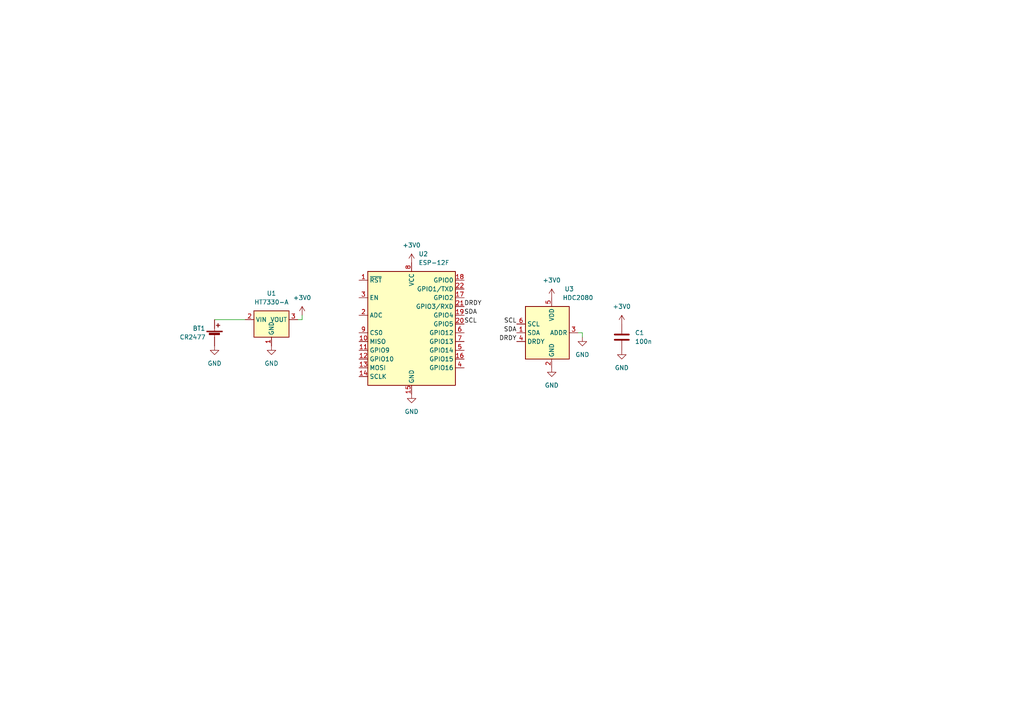
<source format=kicad_sch>
(kicad_sch (version 20211123) (generator eeschema)
  (paper "A4")
  (lib_symbols
    (symbol "Device:Battery_Cell" (pin_numbers hide) (pin_names (offset 0) hide)
      (property "Reference" "BT" (at 2.54 2.54 0))
      (property "Value" "Battery_Cell" (at 2.54 0 0))
      (symbol "Battery_Cell_0_1"
        (rectangle (start -2.286 1.778) (end 2.286 1.524) (fill (type outline)))
        (rectangle (start -1.5748 1.1938) (end 1.4732 0.6858) (fill (type outline)))
        (polyline (pts (xy 0 0.762) (xy 0 0)))
        (polyline (pts (xy 0 1.778) (xy 0 2.54)))
        (polyline (pts (xy 0.508 3.429) (xy 1.524 3.429)) (stroke (width 0.254)))
        (polyline (pts (xy 1.016 3.937) (xy 1.016 2.921)) (stroke (width 0.254)))
      )
      (symbol "Battery_Cell_1_1"
        (pin passive line (at 0 5.08 270) (length 2.54) (name "+") (number "1"))
        (pin passive line (at 0 -2.54 90) (length 2.54) (name "-") (number "2"))
      )
    )
    (symbol "Device:C" (pin_numbers hide) (pin_names (offset 0.254))
      (property "Reference" "C" (at 0.635 2.54 0))
      (property "Value" "C" (at 0.635 -2.54 0))
      (symbol "C_0_1"
        (polyline (pts (xy -2.032 -0.762) (xy 2.032 -0.762)) (stroke (width 0.508)))
        (polyline (pts (xy -2.032 0.762) (xy 2.032 0.762)) (stroke (width 0.508)))
      )
      (symbol "C_1_1"
        (pin passive line (at 0 3.81 270) (length 2.794) (name "~") (number "1"))
        (pin passive line (at 0 -3.81 90) (length 2.794) (name "~") (number "2"))
      )
    )
    (symbol "RF_Module:ESP-12F"
      (property "Reference" "U" (at -12.7 19.05 0))
      (property "Value" "ESP-12F" (at 12.7 19.05 0))
      (symbol "ESP-12F_0_1"
        (rectangle (start -12.7 17.78) (end 12.7 -15.24) (stroke (width 0.254)) (fill (type background)))
      )
      (symbol "ESP-12F_1_1"
        (pin input line (at -15.24 15.24 0) (length 2.54) (name "~{RST}") (number "1"))
        (pin bidirectional line (at -15.24 -2.54 0) (length 2.54) (name "MISO") (number "10"))
        (pin bidirectional line (at -15.24 -5.08 0) (length 2.54) (name "GPIO9") (number "11"))
        (pin bidirectional line (at -15.24 -7.62 0) (length 2.54) (name "GPIO10") (number "12"))
        (pin bidirectional line (at -15.24 -10.16 0) (length 2.54) (name "MOSI") (number "13"))
        (pin bidirectional line (at -15.24 -12.7 0) (length 2.54) (name "SCLK") (number "14"))
        (pin power_in line (at 0 -17.78 90) (length 2.54) (name "GND") (number "15"))
        (pin bidirectional line (at 15.24 -7.62 180) (length 2.54) (name "GPIO15") (number "16"))
        (pin bidirectional line (at 15.24 10.16 180) (length 2.54) (name "GPIO2") (number "17"))
        (pin bidirectional line (at 15.24 15.24 180) (length 2.54) (name "GPIO0") (number "18"))
        (pin bidirectional line (at 15.24 5.08 180) (length 2.54) (name "GPIO4") (number "19"))
        (pin input line (at -15.24 5.08 0) (length 2.54) (name "ADC") (number "2"))
        (pin bidirectional line (at 15.24 2.54 180) (length 2.54) (name "GPIO5") (number "20"))
        (pin bidirectional line (at 15.24 7.62 180) (length 2.54) (name "GPIO3/RXD") (number "21"))
        (pin bidirectional line (at 15.24 12.7 180) (length 2.54) (name "GPIO1/TXD") (number "22"))
        (pin input line (at -15.24 10.16 0) (length 2.54) (name "EN") (number "3"))
        (pin bidirectional line (at 15.24 -10.16 180) (length 2.54) (name "GPIO16") (number "4"))
        (pin bidirectional line (at 15.24 -5.08 180) (length 2.54) (name "GPIO14") (number "5"))
        (pin bidirectional line (at 15.24 0 180) (length 2.54) (name "GPIO12") (number "6"))
        (pin bidirectional line (at 15.24 -2.54 180) (length 2.54) (name "GPIO13") (number "7"))
        (pin power_in line (at 0 20.32 270) (length 2.54) (name "VCC") (number "8"))
        (pin input line (at -15.24 0 0) (length 2.54) (name "CS0") (number "9"))
      )
    )
    (symbol "Regulator_Linear:HT75xx-1-SOT89"
      (property "Reference" "U" (at -5.08 -3.81 0))
      (property "Value" "HT75xx-1-SOT89" (at 0 6.35 0))
      (symbol "HT75xx-1-SOT89_0_1"
        (rectangle (start -5.08 5.08) (end 5.08 -2.54) (stroke (width 0.254)) (fill (type background)))
      )
      (symbol "HT75xx-1-SOT89_1_1"
        (pin power_in line (at 0 -5.08 90) (length 2.54) (name "GND") (number "1"))
        (pin power_in line (at -7.62 2.54 0) (length 2.54) (name "VIN") (number "2"))
        (pin power_out line (at 7.62 2.54 180) (length 2.54) (name "VOUT") (number "3"))
      )
    )
    (symbol "Sensor_Humidity:HDC2080"
      (property "Reference" "U" (at -6.35 8.89 0))
      (property "Value" "HDC2080" (at 2.54 8.89 0))
      (symbol "HDC2080_0_1"
        (rectangle (start -7.62 7.62) (end 5.08 -7.62) (stroke (width 0.254)) (fill (type background)))
      )
      (symbol "HDC2080_1_1"
        (pin bidirectional line (at 7.62 0 180) (length 2.54) (name "SDA") (number "1"))
        (pin power_in line (at -2.54 -10.16 90) (length 2.54) (name "GND") (number "2"))
        (pin input line (at -10.16 0 0) (length 2.54) (name "ADDR") (number "3"))
        (pin output line (at 7.62 -2.54 180) (length 2.54) (name "DRDY") (number "4"))
        (pin power_in line (at -2.54 10.16 270) (length 2.54) (name "VDD") (number "5"))
        (pin input line (at 7.62 2.54 180) (length 2.54) (name "SCL") (number "6"))
        (pin no_connect line (at -10.16 -2.54 0) (length 2.54) hide (name "PAD") (number "7"))
      )
    )
    (symbol "power:+3V0" (power) (pin_names (offset 0))
      (property "Value" "+3V0" (at 0 3.556 0))
      (symbol "+3V0_0_1"
        (polyline (pts (xy -0.762 1.27) (xy 0 2.54)))
        (polyline (pts (xy 0 0) (xy 0 2.54)))
        (polyline (pts (xy 0 2.54) (xy 0.762 1.27)))
      )
      (symbol "+3V0_1_1"
        (pin power_in line (at 0 0 90) (length 0) hide (name "+3V0") (number "1"))
      )
    )
    (symbol "power:GND" (power) (pin_names (offset 0))
      (property "Value" "GND" (at 0 -3.81 0))
      (symbol "GND_0_1"
        (polyline (pts (xy 0 0) (xy 0 -1.27) (xy 1.27 -1.27) (xy 0 -2.54) (xy -1.27 -1.27) (xy 0 -1.27)))
      )
      (symbol "GND_1_1"
        (pin power_in line (at 0 0 270) (length 0) hide (name "GND") (number "1"))
      )
    )
  )
  (wire (pts (xy 168.91 97.79) (xy 168.91 96.52)))
  (wire (pts (xy 87.63 91.44) (xy 87.63 92.71)))
  (wire (pts (xy 62.23 92.71) (xy 71.12 92.71)))
  (wire (pts (xy 168.91 96.52) (xy 167.64 96.52)))
  (wire (pts (xy 87.63 92.71) (xy 86.36 92.71)))
  (label "SDA" (at 134.62 91.44 0))
  (label "SCL" (at 149.86 93.98 180))
  (label "DRDY" (at 149.86 99.06 180))
  (label "DRDY" (at 134.62 88.9 0))
  (label "SCL" (at 134.62 93.98 0))
  (label "SDA" (at 149.86 96.52 180))
  (symbol (lib_id "power:+3V0") (at 87.63 91.44 0) (unit 1)
    (property "Reference" "#PWR0106" (effects hide))
    (property "Value" "+3V0" (at 87.63 86.36 0))
  )
  (symbol (lib_id "RF_Module:ESP-12F") (at 119.38 96.52 0) (unit 1)
    (property "Reference" "U2" (at 121.3994 73.66 0) (effects (justify left)))
    (property "Value" "ESP-12F" (at 121.3994 76.2 0) (effects (justify left)))
    (property "Footprint" "RF_Module:ESP-12E" (effects hide))
    (property "Datasheet" "http://wiki.ai-thinker.com/_media/esp8266/esp8266_series_modules_user_manual_v1.1.pdf" (effects hide))
    (property "LCSC" "C82891" (effects hide))
  )
  (symbol (lib_id "Sensor_Humidity:HDC2080") (at 157.48 96.52 0) (mirror y) (unit 1)
    (property "Reference" "U3" (at 165.1 83.82 0))
    (property "Value" "HDC2080" (at 167.64 86.36 0))
    (property "Footprint" "Package_SON:Texas_PWSON-N6" (effects hide))
    (property "Datasheet" "http://www.ti.com/lit/ds/symlink/hdc2080.pdf" (effects hide))
    (property "LCSC" "C82227" (effects hide))
  )
  (symbol (lib_id "Device:Battery_Cell") (at 62.23 97.79 0) (unit 1)
    (property "Reference" "BT1" (at 55.88 95.25 0) (effects (justify left)))
    (property "Value" "CR2477" (at 52.07 97.79 0) (effects (justify left)))
    (property "Footprint" "Library:CR2477" (effects hide))
  )
  (symbol (lib_id "power:GND") (at 160.02 106.68 0) (unit 1)
    (property "Reference" "#PWR03" (effects hide))
    (property "Value" "GND" (at 160.02 111.76 0))
  )
  (symbol (lib_id "power:+3V0") (at 119.38 76.2 0) (unit 1)
    (property "Reference" "#PWR0102" (effects hide))
    (property "Value" "+3V0" (at 119.38 71.12 0))
  )
  (symbol (lib_id "power:GND") (at 78.74 100.33 0) (unit 1)
    (property "Reference" "#PWR0107" (effects hide))
    (property "Value" "GND" (at 78.74 105.41 0))
  )
  (symbol (lib_id "power:+3V0") (at 160.02 86.36 0) (unit 1)
    (property "Reference" "#PWR0101" (effects hide))
    (property "Value" "+3V0" (at 160.02 81.28 0))
  )
  (symbol (lib_id "power:+3V0") (at 180.34 93.98 0) (unit 1)
    (property "Reference" "#PWR0104" (effects hide))
    (property "Value" "+3V0" (at 180.34 88.9 0))
  )
  (symbol (lib_id "power:GND") (at 119.38 114.3 0) (unit 1)
    (property "Reference" "#PWR0103" (effects hide))
    (property "Value" "GND" (at 119.38 119.38 0))
  )
  (symbol (lib_id "power:GND") (at 168.91 97.79 0) (unit 1)
    (property "Reference" "#PWR04" (effects hide))
    (property "Value" "GND" (at 168.91 102.87 0))
  )
  (symbol (lib_id "Device:C") (at 180.34 97.79 0) (unit 1)
    (property "Reference" "C1" (at 184.15 96.5199 0) (effects (justify left)))
    (property "Value" "100n" (at 184.15 99.0599 0) (effects (justify left)))
    (property "Footprint" "Resistor_SMD:R_0805_2012Metric" (effects hide))
    (property "Notes" "X7R ceramic" (effects hide))
    (property "LCSC" "C49678" (effects hide))
  )
  (symbol (lib_id "power:GND") (at 62.23 100.33 0) (unit 1)
    (property "Reference" "#PWR0105" (effects hide))
    (property "Value" "GND" (at 62.23 105.41 0))
  )
  (symbol (lib_id "Regulator_Linear:HT75xx-1-SOT89") (at 78.74 95.25 0) (unit 1)
    (property "Reference" "U1" (at 78.74 85.09 0))
    (property "Value" "HT7330-A" (at 78.74 87.63 0))
    (property "Footprint" "Package_TO_SOT_SMD:SOT-89-3" (effects hide))
    (property "Datasheet" "https://www.holtek.com/documents/10179/116711/HT75xx-1v250.pdf" (effects hide))
    (property "LCSC" "C347190" (effects hide))
  )
  (symbol (lib_id "power:GND") (at 180.34 101.6 0) (unit 1)
    (property "Reference" "#PWR06" (effects hide))
    (property "Value" "GND" (at 180.34 106.68 0))
  )
)
</source>
